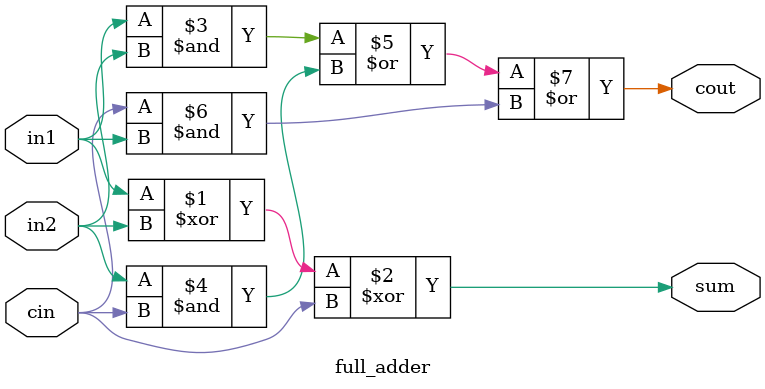
<source format=v>
`timescale 1ns / 1ps

module full_adder (in1, in2, cin, sum, cout);

input  in1, in2, cin;
output  sum, cout;

assign sum  = (in1 ^ in2) ^ cin;
assign cout = (in1 & in2) | (in2 & cin) | (cin & in1);

endmodule
</source>
